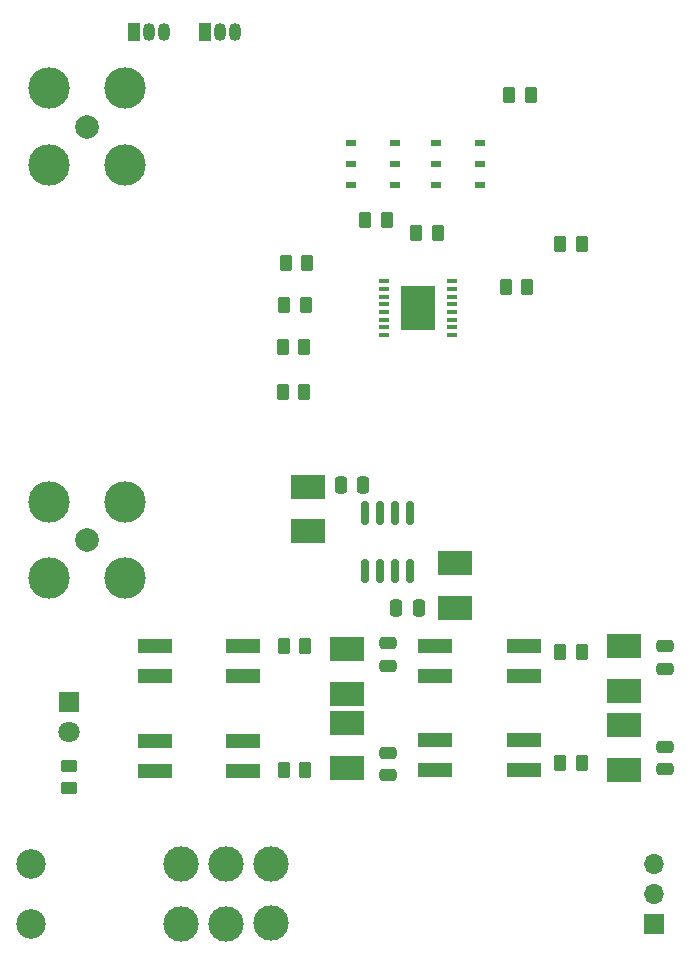
<source format=gbr>
%TF.GenerationSoftware,KiCad,Pcbnew,(6.0.10)*%
%TF.CreationDate,2023-06-26T14:12:15+09:00*%
%TF.ProjectId,OurDream,4f757244-7265-4616-9d2e-6b696361645f,rev?*%
%TF.SameCoordinates,Original*%
%TF.FileFunction,Soldermask,Top*%
%TF.FilePolarity,Negative*%
%FSLAX46Y46*%
G04 Gerber Fmt 4.6, Leading zero omitted, Abs format (unit mm)*
G04 Created by KiCad (PCBNEW (6.0.10)) date 2023-06-26 14:12:15*
%MOMM*%
%LPD*%
G01*
G04 APERTURE LIST*
G04 Aperture macros list*
%AMRoundRect*
0 Rectangle with rounded corners*
0 $1 Rounding radius*
0 $2 $3 $4 $5 $6 $7 $8 $9 X,Y pos of 4 corners*
0 Add a 4 corners polygon primitive as box body*
4,1,4,$2,$3,$4,$5,$6,$7,$8,$9,$2,$3,0*
0 Add four circle primitives for the rounded corners*
1,1,$1+$1,$2,$3*
1,1,$1+$1,$4,$5*
1,1,$1+$1,$6,$7*
1,1,$1+$1,$8,$9*
0 Add four rect primitives between the rounded corners*
20,1,$1+$1,$2,$3,$4,$5,0*
20,1,$1+$1,$4,$5,$6,$7,0*
20,1,$1+$1,$6,$7,$8,$9,0*
20,1,$1+$1,$8,$9,$2,$3,0*%
G04 Aperture macros list end*
%ADD10RoundRect,0.250000X-0.475000X0.250000X-0.475000X-0.250000X0.475000X-0.250000X0.475000X0.250000X0*%
%ADD11R,3.000000X2.000000*%
%ADD12RoundRect,0.250000X0.250000X0.475000X-0.250000X0.475000X-0.250000X-0.475000X0.250000X-0.475000X0*%
%ADD13RoundRect,0.250000X-0.250000X-0.475000X0.250000X-0.475000X0.250000X0.475000X-0.250000X0.475000X0*%
%ADD14RoundRect,0.250000X-0.262500X-0.450000X0.262500X-0.450000X0.262500X0.450000X-0.262500X0.450000X0*%
%ADD15R,3.000000X1.200000*%
%ADD16R,1.050000X1.500000*%
%ADD17O,1.050000X1.500000*%
%ADD18RoundRect,0.250000X-0.450000X0.262500X-0.450000X-0.262500X0.450000X-0.262500X0.450000X0.262500X0*%
%ADD19R,1.700000X1.700000*%
%ADD20O,1.700000X1.700000*%
%ADD21R,1.800000X1.800000*%
%ADD22C,1.800000*%
%ADD23C,2.000000*%
%ADD24C,3.500000*%
%ADD25C,2.500000*%
%ADD26C,3.000000*%
%ADD27R,0.900000X0.350000*%
%ADD28R,3.000000X3.700000*%
%ADD29RoundRect,0.250000X0.262500X0.450000X-0.262500X0.450000X-0.262500X-0.450000X0.262500X-0.450000X0*%
%ADD30R,0.850000X0.600000*%
%ADD31RoundRect,0.150000X-0.150000X0.825000X-0.150000X-0.825000X0.150000X-0.825000X0.150000X0.825000X0*%
G04 APERTURE END LIST*
D10*
%TO.C,C1*%
X126500000Y-140000000D03*
X126500000Y-141900000D03*
%TD*%
D11*
%TO.C,C2*%
X123000000Y-141300000D03*
X123000000Y-137500000D03*
%TD*%
D10*
%TO.C,C3*%
X150000000Y-139500000D03*
X150000000Y-141400000D03*
%TD*%
D11*
%TO.C,C4*%
X123000000Y-135000000D03*
X123000000Y-131200000D03*
%TD*%
%TO.C,C5*%
X146500000Y-141500000D03*
X146500000Y-137700000D03*
%TD*%
%TO.C,C6*%
X146500000Y-134800000D03*
X146500000Y-131000000D03*
%TD*%
D12*
%TO.C,C7*%
X129093000Y-127762000D03*
X127193000Y-127762000D03*
%TD*%
D11*
%TO.C,C8*%
X132207000Y-127762000D03*
X132207000Y-123962000D03*
%TD*%
D13*
%TO.C,C10*%
X122494000Y-117348000D03*
X124394000Y-117348000D03*
%TD*%
D10*
%TO.C,C11*%
X126500000Y-130750000D03*
X126500000Y-132650000D03*
%TD*%
%TO.C,C12*%
X150000000Y-131000000D03*
X150000000Y-132900000D03*
%TD*%
D14*
%TO.C,L1*%
X117675000Y-141500000D03*
X119500000Y-141500000D03*
%TD*%
%TO.C,L2*%
X141087500Y-140912500D03*
X142912500Y-140912500D03*
%TD*%
D15*
%TO.C,L3*%
X106750000Y-139000000D03*
X106750000Y-141540000D03*
X114250000Y-141540000D03*
X114250000Y-139000000D03*
%TD*%
%TO.C,L4*%
X130500000Y-138960000D03*
X130500000Y-141500000D03*
X138000000Y-141500000D03*
X138000000Y-138960000D03*
%TD*%
D14*
%TO.C,L7*%
X117675000Y-131000000D03*
X119500000Y-131000000D03*
%TD*%
%TO.C,L8*%
X141087500Y-131500000D03*
X142912500Y-131500000D03*
%TD*%
D16*
%TO.C,Q2*%
X111000000Y-79000000D03*
D17*
X112270000Y-79000000D03*
X113540000Y-79000000D03*
%TD*%
D18*
%TO.C,R7*%
X99500000Y-141175000D03*
X99500000Y-143000000D03*
%TD*%
D15*
%TO.C,L5*%
X106750000Y-131000000D03*
X106750000Y-133540000D03*
X114250000Y-133540000D03*
X114250000Y-131000000D03*
%TD*%
%TO.C,L6*%
X130500000Y-130960000D03*
X130500000Y-133500000D03*
X138000000Y-133500000D03*
X138000000Y-130960000D03*
%TD*%
D19*
%TO.C,P1*%
X149000000Y-154500000D03*
D20*
X149000000Y-151960000D03*
X149000000Y-149420000D03*
%TD*%
D11*
%TO.C,C9*%
X119761000Y-121275000D03*
X119761000Y-117475000D03*
%TD*%
D16*
%TO.C,Q1*%
X105000000Y-79000000D03*
D17*
X106270000Y-79000000D03*
X107540000Y-79000000D03*
%TD*%
D21*
%TO.C,D1*%
X99500000Y-135730000D03*
D22*
X99500000Y-138270000D03*
%TD*%
D23*
%TO.C,P2*%
X101000000Y-87000000D03*
D24*
X97775000Y-90225000D03*
X104225000Y-90225000D03*
X97775000Y-83775000D03*
X104225000Y-83775000D03*
%TD*%
D23*
%TO.C,P3*%
X101000000Y-122000000D03*
D24*
X97775000Y-125225000D03*
X104225000Y-125225000D03*
X104225000Y-118775000D03*
X97775000Y-118775000D03*
%TD*%
D25*
%TO.C,SW1*%
X96300000Y-154540000D03*
X96300000Y-149460000D03*
D26*
X109000000Y-149460000D03*
X112810000Y-149460000D03*
X116620000Y-149460000D03*
X109000000Y-154540000D03*
X112810000Y-154540000D03*
X116620000Y-154400000D03*
%TD*%
D14*
%TO.C,R13*%
X141073500Y-96901000D03*
X142898500Y-96901000D03*
%TD*%
%TO.C,R12*%
X136755500Y-84328000D03*
X138580500Y-84328000D03*
%TD*%
%TO.C,R3*%
X117705500Y-102108000D03*
X119530500Y-102108000D03*
%TD*%
%TO.C,R4*%
X117578500Y-105664000D03*
X119403500Y-105664000D03*
%TD*%
D27*
%TO.C,DA1*%
X126157000Y-100087000D03*
X126157000Y-100737000D03*
X126157000Y-101387000D03*
X126157000Y-102037000D03*
X126157000Y-102687000D03*
X126157000Y-103337000D03*
X126157000Y-103987000D03*
X126157000Y-104637000D03*
X131907000Y-104637000D03*
X131907000Y-103987000D03*
X131907000Y-103337000D03*
X131907000Y-102687000D03*
X131907000Y-102037000D03*
X131907000Y-101387000D03*
X131907000Y-100737000D03*
X131907000Y-100087000D03*
D28*
X129032000Y-102362000D03*
%TD*%
D29*
%TO.C,R6*%
X138303000Y-100584000D03*
X136478000Y-100584000D03*
%TD*%
D14*
%TO.C,R10*%
X128881500Y-96012000D03*
X130706500Y-96012000D03*
%TD*%
%TO.C,R11*%
X124563500Y-94869000D03*
X126388500Y-94869000D03*
%TD*%
D30*
%TO.C,SW2*%
X130611000Y-88420000D03*
X130611000Y-90170000D03*
X130611000Y-91920000D03*
X134311000Y-88420000D03*
X134311000Y-90170000D03*
X134311000Y-91920000D03*
%TD*%
D14*
%TO.C,R2*%
X117832500Y-98552000D03*
X119657500Y-98552000D03*
%TD*%
D30*
%TO.C,SW1*%
X123372000Y-88420000D03*
X123372000Y-90170000D03*
X123372000Y-91920000D03*
X127072000Y-88420000D03*
X127072000Y-90170000D03*
X127072000Y-91920000D03*
%TD*%
D14*
%TO.C,R5*%
X117578500Y-109474000D03*
X119403500Y-109474000D03*
%TD*%
D31*
%TO.C,U1*%
X128397000Y-119699000D03*
X127127000Y-119699000D03*
X125857000Y-119699000D03*
X124587000Y-119699000D03*
X124587000Y-124649000D03*
X125857000Y-124649000D03*
X127127000Y-124649000D03*
X128397000Y-124649000D03*
%TD*%
M02*

</source>
